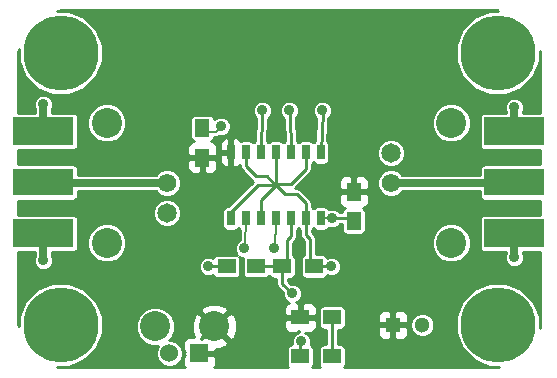
<source format=gbr>
G04 #@! TF.FileFunction,Copper,L1,Top,Signal*
%FSLAX46Y46*%
G04 Gerber Fmt 4.6, Leading zero omitted, Abs format (unit mm)*
G04 Created by KiCad (PCBNEW 4.0.1-stable) date 5/1/2016 2:26:38 PM*
%MOMM*%
G01*
G04 APERTURE LIST*
%ADD10C,0.150000*%
%ADD11C,2.540000*%
%ADD12R,0.635000X1.270000*%
%ADD13C,6.350000*%
%ADD14R,5.080000X2.286000*%
%ADD15R,5.080000X2.413000*%
%ADD16C,1.574800*%
%ADD17C,1.651000*%
%ADD18R,1.524000X1.524000*%
%ADD19C,1.524000*%
%ADD20R,1.300000X1.300000*%
%ADD21C,1.300000*%
%ADD22R,1.500000X1.250000*%
%ADD23R,1.250000X1.500000*%
%ADD24R,1.500000X1.300000*%
%ADD25C,0.889000*%
%ADD26C,0.254000*%
%ADD27C,0.203200*%
%ADD28C,0.635000*%
G04 APERTURE END LIST*
D10*
D11*
X17018000Y-27178000D03*
X12018000Y-27178000D03*
D12*
X18415000Y-18034000D03*
X19685000Y-18034000D03*
X20955000Y-18034000D03*
X22225000Y-18034000D03*
X23495000Y-18034000D03*
X24765000Y-18034000D03*
X26035000Y-18034000D03*
X26035000Y-12446000D03*
X24765000Y-12446000D03*
X23495000Y-12446000D03*
X22225000Y-12446000D03*
X20955000Y-12446000D03*
X19685000Y-12446000D03*
X18415000Y-12446000D03*
D13*
X4000000Y-27030000D03*
X41000000Y-4030000D03*
X4000000Y-4030000D03*
D14*
X2540000Y-14986000D03*
D15*
X2540000Y-10668000D03*
X2540000Y-19304000D03*
D16*
X13000000Y-15030000D03*
D17*
X13000000Y-17570000D03*
D11*
X7920000Y-20110000D03*
X7920000Y-9950000D03*
D14*
X42418000Y-14986000D03*
D15*
X42418000Y-10668000D03*
X42418000Y-19304000D03*
D13*
X41000000Y-27030000D03*
D16*
X32000000Y-15030000D03*
D17*
X32000000Y-12490000D03*
D11*
X37080000Y-9950000D03*
X37080000Y-20110000D03*
D18*
X15748000Y-29464000D03*
D19*
X13208000Y-29464000D03*
D20*
X32131000Y-27051000D03*
D21*
X34631000Y-27051000D03*
D22*
X20554000Y-22098000D03*
X18054000Y-22098000D03*
D23*
X16000000Y-12880000D03*
X16000000Y-10380000D03*
X28829000Y-15768000D03*
X28829000Y-18268000D03*
D24*
X27004000Y-29718000D03*
X24304000Y-29718000D03*
X22780000Y-22098000D03*
X25480000Y-22098000D03*
X24304000Y-26416000D03*
X27004000Y-26416000D03*
D25*
X24384000Y-28448000D03*
X17600000Y-10230000D03*
X42418000Y-8636000D03*
X42418000Y-21336000D03*
X2540000Y-8382000D03*
X2540000Y-21590000D03*
X16510000Y-22098000D03*
X27000000Y-18030000D03*
X23622000Y-24384000D03*
X26924000Y-22098000D03*
X22098000Y-20574000D03*
X19558000Y-20574000D03*
X26162000Y-8890000D03*
X23368000Y-8890000D03*
X21082000Y-8890000D03*
D26*
X24304000Y-29718000D02*
X24304000Y-28528000D01*
X24304000Y-28528000D02*
X24384000Y-28448000D01*
D27*
X17152500Y-10677500D02*
X17600000Y-10230000D01*
X16000000Y-10677500D02*
X17152500Y-10677500D01*
D28*
X42418000Y-10668000D02*
X42418000Y-8636000D01*
X42418000Y-19304000D02*
X42418000Y-21336000D01*
X2540000Y-10668000D02*
X2540000Y-8382000D01*
X2540000Y-19304000D02*
X2540000Y-21590000D01*
D26*
X18351500Y-22098000D02*
X16510000Y-22098000D01*
D27*
X26996000Y-18034000D02*
X27000000Y-18030000D01*
X26996000Y-18034000D02*
X26035000Y-18034000D01*
D26*
X27059500Y-17970500D02*
X27000000Y-18030000D01*
X28829000Y-17970500D02*
X27059500Y-17970500D01*
X22780000Y-23542000D02*
X22780000Y-22098000D01*
X23622000Y-24384000D02*
X22780000Y-23542000D01*
X20256500Y-22098000D02*
X23177500Y-22098000D01*
X23495000Y-19558000D02*
X23177500Y-19875500D01*
X23177500Y-19875500D02*
X23177500Y-22098000D01*
X23495000Y-18034000D02*
X23495000Y-19558000D01*
X27004000Y-26416000D02*
X27004000Y-29718000D01*
X26703020Y-26512520D02*
X26606500Y-26416000D01*
D28*
X32000000Y-15030000D02*
X42000000Y-15030000D01*
X13000000Y-15030000D02*
X3000000Y-15030000D01*
D26*
X25480000Y-22098000D02*
X26924000Y-22098000D01*
D27*
X24895000Y-21910500D02*
X25082500Y-22098000D01*
X22200000Y-12471000D02*
X22225000Y-12446000D01*
D26*
X24765000Y-16764000D02*
X24003000Y-16002000D01*
X24003000Y-16002000D02*
X22987000Y-16002000D01*
X22987000Y-16002000D02*
X22225000Y-15240000D01*
X22225000Y-15240000D02*
X22225000Y-12446000D01*
X24765000Y-18034000D02*
X24765000Y-16764000D01*
X20955000Y-16510000D02*
X22225000Y-15240000D01*
X20955000Y-18034000D02*
X20955000Y-16510000D01*
X20701000Y-15240000D02*
X22225000Y-15240000D01*
X18415000Y-17526000D02*
X20701000Y-15240000D01*
X18415000Y-18034000D02*
X18415000Y-17526000D01*
X19685000Y-13589000D02*
X20574000Y-14478000D01*
X20574000Y-14478000D02*
X21463000Y-14478000D01*
X22098000Y-15113000D02*
X22225000Y-15240000D01*
X21463000Y-14478000D02*
X22098000Y-15113000D01*
X19685000Y-12446000D02*
X19685000Y-13589000D01*
X24765000Y-13843000D02*
X23495000Y-15113000D01*
X23495000Y-15113000D02*
X22098000Y-15113000D01*
X24765000Y-12446000D02*
X24765000Y-13843000D01*
X24765000Y-19431000D02*
X25082500Y-19748500D01*
X25082500Y-19748500D02*
X25082500Y-22098000D01*
X24765000Y-18034000D02*
X24765000Y-19431000D01*
D27*
X22225000Y-19005000D02*
X22098000Y-20574000D01*
X22225000Y-18034000D02*
X22225000Y-19005000D01*
X19643000Y-20489000D02*
X19558000Y-20574000D01*
X19685000Y-18034000D02*
X19643000Y-20489000D01*
D26*
X26197000Y-8925000D02*
X26162000Y-8890000D01*
X26035000Y-12446000D02*
X26197000Y-8925000D01*
X23463000Y-8985000D02*
X23368000Y-8890000D01*
X23495000Y-12446000D02*
X23463000Y-8985000D01*
X21037000Y-8935000D02*
X21082000Y-8890000D01*
X20955000Y-12446000D02*
X21037000Y-8935000D01*
G36*
X40982712Y-384210D02*
X41075328Y-474064D01*
X40295771Y-473384D01*
X38988319Y-1013612D01*
X37987128Y-2013058D01*
X37444619Y-3319565D01*
X37443384Y-4734229D01*
X37983612Y-6041681D01*
X38983058Y-7042872D01*
X40289565Y-7585381D01*
X41704229Y-7586616D01*
X43011681Y-7046388D01*
X44012872Y-6046942D01*
X44555381Y-4740435D01*
X44556158Y-3851088D01*
X44589085Y-3883034D01*
X44619800Y-4037448D01*
X44619800Y-9073036D01*
X43130365Y-9073036D01*
X43243357Y-8800923D01*
X43243643Y-8472518D01*
X43118233Y-8169002D01*
X42886219Y-7936583D01*
X42582923Y-7810643D01*
X42254518Y-7810357D01*
X41951002Y-7935767D01*
X41718583Y-8167781D01*
X41592643Y-8471077D01*
X41592357Y-8799482D01*
X41705387Y-9073036D01*
X39878000Y-9073036D01*
X39736810Y-9099603D01*
X39607135Y-9183046D01*
X39520141Y-9310366D01*
X39489536Y-9461500D01*
X39489536Y-11874500D01*
X39516103Y-12015690D01*
X39599546Y-12145365D01*
X39726866Y-12232359D01*
X39878000Y-12262964D01*
X44619800Y-12262964D01*
X44619800Y-13454536D01*
X39878000Y-13454536D01*
X39736810Y-13481103D01*
X39607135Y-13564546D01*
X39520141Y-13691866D01*
X39489536Y-13843000D01*
X39489536Y-14331500D01*
X32953645Y-14331500D01*
X32662709Y-14040057D01*
X32233429Y-13861804D01*
X31768611Y-13861398D01*
X31339019Y-14038901D01*
X31010057Y-14367291D01*
X30831804Y-14796571D01*
X30831398Y-15261389D01*
X31008901Y-15690981D01*
X31337291Y-16019943D01*
X31766571Y-16198196D01*
X32231389Y-16198602D01*
X32660981Y-16021099D01*
X32954090Y-15728500D01*
X39489536Y-15728500D01*
X39489536Y-16129000D01*
X39516103Y-16270190D01*
X39599546Y-16399865D01*
X39726866Y-16486859D01*
X39878000Y-16517464D01*
X44619800Y-16517464D01*
X44619800Y-17709036D01*
X39878000Y-17709036D01*
X39736810Y-17735603D01*
X39607135Y-17819046D01*
X39520141Y-17946366D01*
X39489536Y-18097500D01*
X39489536Y-20510500D01*
X39516103Y-20651690D01*
X39599546Y-20781365D01*
X39726866Y-20868359D01*
X39878000Y-20898964D01*
X41705635Y-20898964D01*
X41592643Y-21171077D01*
X41592357Y-21499482D01*
X41717767Y-21802998D01*
X41949781Y-22035417D01*
X42253077Y-22161357D01*
X42581482Y-22161643D01*
X42884998Y-22036233D01*
X43117417Y-21804219D01*
X43243357Y-21500923D01*
X43243643Y-21172518D01*
X43130613Y-20898964D01*
X44619800Y-20898964D01*
X44619800Y-26992552D01*
X44564791Y-27269104D01*
X44555785Y-27277680D01*
X44556616Y-26325771D01*
X44016388Y-25018319D01*
X43016942Y-24017128D01*
X41710435Y-23474619D01*
X40295771Y-23473384D01*
X38988319Y-24013612D01*
X37987128Y-25013058D01*
X37444619Y-26319565D01*
X37443384Y-27734229D01*
X37983612Y-29041681D01*
X38983058Y-30042872D01*
X40289565Y-30585381D01*
X41081974Y-30586072D01*
X41028922Y-30636598D01*
X40962552Y-30649800D01*
X28019665Y-30649800D01*
X28024865Y-30646454D01*
X28111859Y-30519134D01*
X28142464Y-30368000D01*
X28142464Y-29068000D01*
X28115897Y-28926810D01*
X28032454Y-28797135D01*
X27905134Y-28710141D01*
X27754000Y-28679536D01*
X27512000Y-28679536D01*
X27512000Y-27454464D01*
X27754000Y-27454464D01*
X27895190Y-27427897D01*
X28024865Y-27344454D01*
X28030128Y-27336750D01*
X30846000Y-27336750D01*
X30846000Y-27827310D01*
X30942673Y-28060699D01*
X31121302Y-28239327D01*
X31354691Y-28336000D01*
X31845250Y-28336000D01*
X32004000Y-28177250D01*
X32004000Y-27178000D01*
X32258000Y-27178000D01*
X32258000Y-28177250D01*
X32416750Y-28336000D01*
X32907309Y-28336000D01*
X33140698Y-28239327D01*
X33319327Y-28060699D01*
X33416000Y-27827310D01*
X33416000Y-27336750D01*
X33334429Y-27255179D01*
X33599822Y-27255179D01*
X33756451Y-27634251D01*
X34046223Y-27924529D01*
X34425022Y-28081820D01*
X34835179Y-28082178D01*
X35214251Y-27925549D01*
X35504529Y-27635777D01*
X35661820Y-27256978D01*
X35662178Y-26846821D01*
X35505549Y-26467749D01*
X35215777Y-26177471D01*
X34836978Y-26020180D01*
X34426821Y-26019822D01*
X34047749Y-26176451D01*
X33757471Y-26466223D01*
X33600180Y-26845022D01*
X33599822Y-27255179D01*
X33334429Y-27255179D01*
X33257250Y-27178000D01*
X32258000Y-27178000D01*
X32004000Y-27178000D01*
X31004750Y-27178000D01*
X30846000Y-27336750D01*
X28030128Y-27336750D01*
X28111859Y-27217134D01*
X28142464Y-27066000D01*
X28142464Y-26274690D01*
X30846000Y-26274690D01*
X30846000Y-26765250D01*
X31004750Y-26924000D01*
X32004000Y-26924000D01*
X32004000Y-25924750D01*
X32258000Y-25924750D01*
X32258000Y-26924000D01*
X33257250Y-26924000D01*
X33416000Y-26765250D01*
X33416000Y-26274690D01*
X33319327Y-26041301D01*
X33140698Y-25862673D01*
X32907309Y-25766000D01*
X32416750Y-25766000D01*
X32258000Y-25924750D01*
X32004000Y-25924750D01*
X31845250Y-25766000D01*
X31354691Y-25766000D01*
X31121302Y-25862673D01*
X30942673Y-26041301D01*
X30846000Y-26274690D01*
X28142464Y-26274690D01*
X28142464Y-25766000D01*
X28115897Y-25624810D01*
X28032454Y-25495135D01*
X27905134Y-25408141D01*
X27754000Y-25377536D01*
X26254000Y-25377536D01*
X26112810Y-25404103D01*
X25983135Y-25487546D01*
X25896141Y-25614866D01*
X25865536Y-25766000D01*
X25865536Y-27066000D01*
X25892103Y-27207190D01*
X25975546Y-27336865D01*
X26102866Y-27423859D01*
X26254000Y-27454464D01*
X26496000Y-27454464D01*
X26496000Y-28679536D01*
X26254000Y-28679536D01*
X26112810Y-28706103D01*
X25983135Y-28789546D01*
X25896141Y-28916866D01*
X25865536Y-29068000D01*
X25865536Y-30368000D01*
X25892103Y-30509190D01*
X25975546Y-30638865D01*
X25991550Y-30649800D01*
X25319665Y-30649800D01*
X25324865Y-30646454D01*
X25411859Y-30519134D01*
X25442464Y-30368000D01*
X25442464Y-29068000D01*
X25415897Y-28926810D01*
X25332454Y-28797135D01*
X25205134Y-28710141D01*
X25171792Y-28703389D01*
X25209357Y-28612923D01*
X25209643Y-28284518D01*
X25084233Y-27981002D01*
X24852219Y-27748583D01*
X24737627Y-27701000D01*
X25180309Y-27701000D01*
X25413698Y-27604327D01*
X25592327Y-27425699D01*
X25689000Y-27192310D01*
X25689000Y-26701750D01*
X25530250Y-26543000D01*
X24431000Y-26543000D01*
X24431000Y-26563000D01*
X24177000Y-26563000D01*
X24177000Y-26543000D01*
X23077750Y-26543000D01*
X22919000Y-26701750D01*
X22919000Y-27192310D01*
X23015673Y-27425699D01*
X23194302Y-27604327D01*
X23427691Y-27701000D01*
X24018250Y-27701000D01*
X24176998Y-27542252D01*
X24176998Y-27640339D01*
X23917002Y-27747767D01*
X23684583Y-27979781D01*
X23558643Y-28283077D01*
X23558357Y-28611482D01*
X23586476Y-28679536D01*
X23554000Y-28679536D01*
X23412810Y-28706103D01*
X23283135Y-28789546D01*
X23196141Y-28916866D01*
X23165536Y-29068000D01*
X23165536Y-30368000D01*
X23192103Y-30509190D01*
X23275546Y-30638865D01*
X23291550Y-30649800D01*
X16984226Y-30649800D01*
X17048327Y-30585699D01*
X17145000Y-30352310D01*
X17145000Y-29749750D01*
X16986250Y-29591000D01*
X15875000Y-29591000D01*
X15875000Y-29611000D01*
X15621000Y-29611000D01*
X15621000Y-29591000D01*
X15601000Y-29591000D01*
X15601000Y-29337000D01*
X15621000Y-29337000D01*
X15621000Y-29317000D01*
X15875000Y-29317000D01*
X15875000Y-29337000D01*
X16986250Y-29337000D01*
X17145000Y-29178250D01*
X17145000Y-29080329D01*
X17446632Y-29072436D01*
X18054480Y-28820657D01*
X18186172Y-28525777D01*
X17018000Y-27357605D01*
X16308605Y-28067000D01*
X16033750Y-28067000D01*
X15875002Y-28225748D01*
X15875002Y-28141393D01*
X16838395Y-27178000D01*
X17197605Y-27178000D01*
X18365777Y-28346172D01*
X18660657Y-28214480D01*
X18932261Y-27506964D01*
X18912436Y-26749368D01*
X18660657Y-26141520D01*
X18365777Y-26009828D01*
X17197605Y-27178000D01*
X16838395Y-27178000D01*
X15670223Y-26009828D01*
X15375343Y-26141520D01*
X15103739Y-26849036D01*
X15123564Y-27606632D01*
X15314255Y-28067000D01*
X14859691Y-28067000D01*
X14626302Y-28163673D01*
X14447673Y-28342301D01*
X14351000Y-28575690D01*
X14351000Y-29178250D01*
X14509748Y-29336998D01*
X14351111Y-29336998D01*
X14351198Y-29237641D01*
X14177554Y-28817388D01*
X13856303Y-28495577D01*
X13436354Y-28321199D01*
X13209909Y-28321001D01*
X13416834Y-28114437D01*
X13668713Y-27507845D01*
X13669286Y-26851037D01*
X13418466Y-26244005D01*
X13005406Y-25830223D01*
X15849828Y-25830223D01*
X17018000Y-26998395D01*
X18186172Y-25830223D01*
X18054480Y-25535343D01*
X17346964Y-25263739D01*
X16589368Y-25283564D01*
X15981520Y-25535343D01*
X15849828Y-25830223D01*
X13005406Y-25830223D01*
X12954437Y-25779166D01*
X12347845Y-25527287D01*
X11691037Y-25526714D01*
X11084005Y-25777534D01*
X10619166Y-26241563D01*
X10367287Y-26848155D01*
X10366714Y-27504963D01*
X10617534Y-28111995D01*
X11081563Y-28576834D01*
X11688155Y-28828713D01*
X12233975Y-28829189D01*
X12065199Y-29235646D01*
X12064802Y-29690359D01*
X12238446Y-30110612D01*
X12559697Y-30432423D01*
X12979646Y-30606801D01*
X13434359Y-30607198D01*
X13854612Y-30433554D01*
X14176423Y-30112303D01*
X14350801Y-29692354D01*
X14351000Y-29464425D01*
X14351000Y-29591002D01*
X14509748Y-29591002D01*
X14351000Y-29749750D01*
X14351000Y-30352310D01*
X14447673Y-30585699D01*
X14511774Y-30649800D01*
X4037448Y-30649800D01*
X3715461Y-30585753D01*
X4704229Y-30586616D01*
X6011681Y-30046388D01*
X7012872Y-29046942D01*
X7555381Y-27740435D01*
X7556616Y-26325771D01*
X7016388Y-25018319D01*
X6016942Y-24017128D01*
X4710435Y-23474619D01*
X3295771Y-23473384D01*
X1988319Y-24013612D01*
X987128Y-25013058D01*
X444619Y-26319565D01*
X443911Y-27131344D01*
X397633Y-27080195D01*
X380200Y-26992552D01*
X380200Y-20898964D01*
X1841500Y-20898964D01*
X1841500Y-21120866D01*
X1840583Y-21121781D01*
X1714643Y-21425077D01*
X1714357Y-21753482D01*
X1839767Y-22056998D01*
X2071781Y-22289417D01*
X2375077Y-22415357D01*
X2703482Y-22415643D01*
X3006998Y-22290233D01*
X3035799Y-22261482D01*
X15684357Y-22261482D01*
X15809767Y-22564998D01*
X16041781Y-22797417D01*
X16345077Y-22923357D01*
X16673482Y-22923643D01*
X16933105Y-22816369D01*
X16942103Y-22864190D01*
X17025546Y-22993865D01*
X17152866Y-23080859D01*
X17304000Y-23111464D01*
X18804000Y-23111464D01*
X18945190Y-23084897D01*
X19074865Y-23001454D01*
X19161859Y-22874134D01*
X19192464Y-22723000D01*
X19192464Y-21473000D01*
X19165897Y-21331810D01*
X19142375Y-21295256D01*
X19393077Y-21399357D01*
X19430442Y-21399390D01*
X19415536Y-21473000D01*
X19415536Y-22723000D01*
X19442103Y-22864190D01*
X19525546Y-22993865D01*
X19652866Y-23080859D01*
X19804000Y-23111464D01*
X21304000Y-23111464D01*
X21445190Y-23084897D01*
X21574865Y-23001454D01*
X21661859Y-22874134D01*
X21663627Y-22865403D01*
X21668103Y-22889190D01*
X21751546Y-23018865D01*
X21878866Y-23105859D01*
X22030000Y-23136464D01*
X22272000Y-23136464D01*
X22272000Y-23542000D01*
X22310669Y-23736403D01*
X22420790Y-23901210D01*
X22796593Y-24277013D01*
X22796357Y-24547482D01*
X22921767Y-24850998D01*
X23153781Y-25083417D01*
X23347934Y-25164037D01*
X23194302Y-25227673D01*
X23015673Y-25406301D01*
X22919000Y-25639690D01*
X22919000Y-26130250D01*
X23077750Y-26289000D01*
X24177000Y-26289000D01*
X24177000Y-25289750D01*
X24431000Y-25289750D01*
X24431000Y-26289000D01*
X25530250Y-26289000D01*
X25689000Y-26130250D01*
X25689000Y-25639690D01*
X25592327Y-25406301D01*
X25413698Y-25227673D01*
X25180309Y-25131000D01*
X24589750Y-25131000D01*
X24431000Y-25289750D01*
X24177000Y-25289750D01*
X24018250Y-25131000D01*
X23975813Y-25131000D01*
X24088998Y-25084233D01*
X24321417Y-24852219D01*
X24447357Y-24548923D01*
X24447643Y-24220518D01*
X24322233Y-23917002D01*
X24090219Y-23684583D01*
X23786923Y-23558643D01*
X23514826Y-23558406D01*
X23288000Y-23331580D01*
X23288000Y-23136464D01*
X23530000Y-23136464D01*
X23671190Y-23109897D01*
X23800865Y-23026454D01*
X23887859Y-22899134D01*
X23918464Y-22748000D01*
X23918464Y-21448000D01*
X23891897Y-21306810D01*
X23808454Y-21177135D01*
X23685500Y-21093124D01*
X23685500Y-20085920D01*
X23854210Y-19917210D01*
X23964331Y-19752403D01*
X24003000Y-19558000D01*
X24003000Y-18999167D01*
X24083365Y-18947454D01*
X24130005Y-18879194D01*
X24169046Y-18939865D01*
X24257000Y-18999961D01*
X24257000Y-19431000D01*
X24295669Y-19625403D01*
X24405790Y-19790210D01*
X24574500Y-19958920D01*
X24574500Y-21095311D01*
X24459135Y-21169546D01*
X24372141Y-21296866D01*
X24341536Y-21448000D01*
X24341536Y-22748000D01*
X24368103Y-22889190D01*
X24451546Y-23018865D01*
X24578866Y-23105859D01*
X24730000Y-23136464D01*
X26230000Y-23136464D01*
X26371190Y-23109897D01*
X26500865Y-23026454D01*
X26587859Y-22899134D01*
X26596615Y-22855896D01*
X26759077Y-22923357D01*
X27087482Y-22923643D01*
X27390998Y-22798233D01*
X27623417Y-22566219D01*
X27749357Y-22262923D01*
X27749643Y-21934518D01*
X27624233Y-21631002D01*
X27392219Y-21398583D01*
X27088923Y-21272643D01*
X26760518Y-21272357D01*
X26598046Y-21339489D01*
X26591897Y-21306810D01*
X26508454Y-21177135D01*
X26381134Y-21090141D01*
X26230000Y-21059536D01*
X25590500Y-21059536D01*
X25590500Y-20436963D01*
X35428714Y-20436963D01*
X35679534Y-21043995D01*
X36143563Y-21508834D01*
X36750155Y-21760713D01*
X37406963Y-21761286D01*
X38013995Y-21510466D01*
X38478834Y-21046437D01*
X38730713Y-20439845D01*
X38731286Y-19783037D01*
X38480466Y-19176005D01*
X38016437Y-18711166D01*
X37409845Y-18459287D01*
X36753037Y-18458714D01*
X36146005Y-18709534D01*
X35681166Y-19173563D01*
X35429287Y-19780155D01*
X35428714Y-20436963D01*
X25590500Y-20436963D01*
X25590500Y-19748500D01*
X25551831Y-19554097D01*
X25441710Y-19389290D01*
X25273000Y-19220580D01*
X25273000Y-18999167D01*
X25353365Y-18947454D01*
X25400005Y-18879194D01*
X25439046Y-18939865D01*
X25566366Y-19026859D01*
X25717500Y-19057464D01*
X26352500Y-19057464D01*
X26493690Y-19030897D01*
X26623365Y-18947454D01*
X26710359Y-18820134D01*
X26713453Y-18804854D01*
X26835077Y-18855357D01*
X27163482Y-18855643D01*
X27466998Y-18730233D01*
X27699417Y-18498219D01*
X27707605Y-18478500D01*
X27815536Y-18478500D01*
X27815536Y-19018000D01*
X27842103Y-19159190D01*
X27925546Y-19288865D01*
X28052866Y-19375859D01*
X28204000Y-19406464D01*
X29454000Y-19406464D01*
X29595190Y-19379897D01*
X29724865Y-19296454D01*
X29811859Y-19169134D01*
X29842464Y-19018000D01*
X29842464Y-17518000D01*
X29815897Y-17376810D01*
X29732454Y-17247135D01*
X29605134Y-17160141D01*
X29569870Y-17153000D01*
X29580310Y-17153000D01*
X29813699Y-17056327D01*
X29992327Y-16877698D01*
X30089000Y-16644309D01*
X30089000Y-16053750D01*
X29930250Y-15895000D01*
X28956000Y-15895000D01*
X28956000Y-15915000D01*
X28702000Y-15915000D01*
X28702000Y-15895000D01*
X27727750Y-15895000D01*
X27569000Y-16053750D01*
X27569000Y-16644309D01*
X27665673Y-16877698D01*
X27844301Y-17056327D01*
X28077690Y-17153000D01*
X28079301Y-17153000D01*
X28062810Y-17156103D01*
X27933135Y-17239546D01*
X27846141Y-17366866D01*
X27826775Y-17462500D01*
X27599906Y-17462500D01*
X27468219Y-17330583D01*
X27164923Y-17204643D01*
X26836518Y-17204357D01*
X26712875Y-17255445D01*
X26630954Y-17128135D01*
X26503634Y-17041141D01*
X26352500Y-17010536D01*
X25717500Y-17010536D01*
X25576310Y-17037103D01*
X25446635Y-17120546D01*
X25399995Y-17188806D01*
X25360954Y-17128135D01*
X25273000Y-17068039D01*
X25273000Y-16764000D01*
X25234331Y-16569597D01*
X25124210Y-16404790D01*
X24362210Y-15642790D01*
X24197403Y-15532669D01*
X24003000Y-15494000D01*
X23821599Y-15494000D01*
X23854210Y-15472210D01*
X24434729Y-14891691D01*
X27569000Y-14891691D01*
X27569000Y-15482250D01*
X27727750Y-15641000D01*
X28702000Y-15641000D01*
X28702000Y-14541750D01*
X28956000Y-14541750D01*
X28956000Y-15641000D01*
X29930250Y-15641000D01*
X30089000Y-15482250D01*
X30089000Y-14891691D01*
X29992327Y-14658302D01*
X29813699Y-14479673D01*
X29580310Y-14383000D01*
X29114750Y-14383000D01*
X28956000Y-14541750D01*
X28702000Y-14541750D01*
X28543250Y-14383000D01*
X28077690Y-14383000D01*
X27844301Y-14479673D01*
X27665673Y-14658302D01*
X27569000Y-14891691D01*
X24434729Y-14891691D01*
X25124210Y-14202210D01*
X25234331Y-14037404D01*
X25247738Y-13970000D01*
X25273000Y-13843000D01*
X25273000Y-13411167D01*
X25353365Y-13359454D01*
X25400005Y-13291194D01*
X25439046Y-13351865D01*
X25566366Y-13438859D01*
X25717500Y-13469464D01*
X26352500Y-13469464D01*
X26493690Y-13442897D01*
X26623365Y-13359454D01*
X26710359Y-13232134D01*
X26740964Y-13081000D01*
X26740964Y-12728935D01*
X30793291Y-12728935D01*
X30976582Y-13172535D01*
X31315680Y-13512225D01*
X31758959Y-13696290D01*
X32238935Y-13696709D01*
X32682535Y-13513418D01*
X33022225Y-13174320D01*
X33206290Y-12731041D01*
X33206709Y-12251065D01*
X33023418Y-11807465D01*
X32684320Y-11467775D01*
X32241041Y-11283710D01*
X31761065Y-11283291D01*
X31317465Y-11466582D01*
X30977775Y-11805680D01*
X30793710Y-12248959D01*
X30793291Y-12728935D01*
X26740964Y-12728935D01*
X26740964Y-11811000D01*
X26714397Y-11669810D01*
X26630954Y-11540135D01*
X26586610Y-11509836D01*
X26643333Y-10276963D01*
X35428714Y-10276963D01*
X35679534Y-10883995D01*
X36143563Y-11348834D01*
X36750155Y-11600713D01*
X37406963Y-11601286D01*
X38013995Y-11350466D01*
X38478834Y-10886437D01*
X38730713Y-10279845D01*
X38731286Y-9623037D01*
X38480466Y-9016005D01*
X38016437Y-8551166D01*
X37409845Y-8299287D01*
X36753037Y-8298714D01*
X36146005Y-8549534D01*
X35681166Y-9013563D01*
X35429287Y-9620155D01*
X35428714Y-10276963D01*
X26643333Y-10276963D01*
X26677141Y-9542174D01*
X26861417Y-9358219D01*
X26987357Y-9054923D01*
X26987643Y-8726518D01*
X26862233Y-8423002D01*
X26630219Y-8190583D01*
X26326923Y-8064643D01*
X25998518Y-8064357D01*
X25695002Y-8189767D01*
X25462583Y-8421781D01*
X25336643Y-8725077D01*
X25336357Y-9053482D01*
X25461767Y-9356998D01*
X25659474Y-9555050D01*
X25572208Y-11451742D01*
X25446635Y-11532546D01*
X25399995Y-11600806D01*
X25360954Y-11540135D01*
X25233634Y-11453141D01*
X25082500Y-11422536D01*
X24447500Y-11422536D01*
X24306310Y-11449103D01*
X24176635Y-11532546D01*
X24129995Y-11600806D01*
X24090954Y-11540135D01*
X23994034Y-11473912D01*
X23975322Y-9450153D01*
X24067417Y-9358219D01*
X24193357Y-9054923D01*
X24193643Y-8726518D01*
X24068233Y-8423002D01*
X23836219Y-8190583D01*
X23532923Y-8064643D01*
X23204518Y-8064357D01*
X22901002Y-8189767D01*
X22668583Y-8421781D01*
X22542643Y-8725077D01*
X22542357Y-9053482D01*
X22667767Y-9356998D01*
X22899781Y-9589417D01*
X22960801Y-9614755D01*
X22978108Y-11486555D01*
X22906635Y-11532546D01*
X22859995Y-11600806D01*
X22820954Y-11540135D01*
X22693634Y-11453141D01*
X22542500Y-11422536D01*
X21907500Y-11422536D01*
X21766310Y-11449103D01*
X21636635Y-11532546D01*
X21589995Y-11600806D01*
X21550954Y-11540135D01*
X21485342Y-11495305D01*
X21529648Y-9598228D01*
X21548998Y-9590233D01*
X21781417Y-9358219D01*
X21907357Y-9054923D01*
X21907643Y-8726518D01*
X21782233Y-8423002D01*
X21550219Y-8190583D01*
X21246923Y-8064643D01*
X20918518Y-8064357D01*
X20615002Y-8189767D01*
X20382583Y-8421781D01*
X20256643Y-8725077D01*
X20256357Y-9053482D01*
X20381767Y-9356998D01*
X20515868Y-9491333D01*
X20469744Y-11466197D01*
X20366635Y-11532546D01*
X20319995Y-11600806D01*
X20280954Y-11540135D01*
X20153634Y-11453141D01*
X20002500Y-11422536D01*
X19367500Y-11422536D01*
X19261927Y-11442401D01*
X19092198Y-11272673D01*
X18858809Y-11176000D01*
X18700750Y-11176000D01*
X18542000Y-11334750D01*
X18542000Y-12319000D01*
X18562000Y-12319000D01*
X18562000Y-12573000D01*
X18542000Y-12573000D01*
X18542000Y-13557250D01*
X18700750Y-13716000D01*
X18858809Y-13716000D01*
X19092198Y-13619327D01*
X19177000Y-13534525D01*
X19177000Y-13589000D01*
X19215669Y-13783403D01*
X19325790Y-13948210D01*
X20214790Y-14837210D01*
X20317045Y-14905535D01*
X18212044Y-17010536D01*
X18097500Y-17010536D01*
X17956310Y-17037103D01*
X17826635Y-17120546D01*
X17739641Y-17247866D01*
X17709036Y-17399000D01*
X17709036Y-18669000D01*
X17735603Y-18810190D01*
X17819046Y-18939865D01*
X17946366Y-19026859D01*
X18097500Y-19057464D01*
X18732500Y-19057464D01*
X18873690Y-19030897D01*
X19003365Y-18947454D01*
X19050005Y-18879194D01*
X19089046Y-18939865D01*
X19185702Y-19005907D01*
X19171424Y-19840538D01*
X19091002Y-19873767D01*
X18858583Y-20105781D01*
X18732643Y-20409077D01*
X18732357Y-20737482D01*
X18857767Y-21040998D01*
X18925864Y-21109214D01*
X18804000Y-21084536D01*
X17304000Y-21084536D01*
X17162810Y-21111103D01*
X17033135Y-21194546D01*
X16946141Y-21321866D01*
X16934299Y-21380346D01*
X16674923Y-21272643D01*
X16346518Y-21272357D01*
X16043002Y-21397767D01*
X15810583Y-21629781D01*
X15684643Y-21933077D01*
X15684357Y-22261482D01*
X3035799Y-22261482D01*
X3239417Y-22058219D01*
X3365357Y-21754923D01*
X3365643Y-21426518D01*
X3240233Y-21123002D01*
X3238500Y-21121266D01*
X3238500Y-20898964D01*
X5080000Y-20898964D01*
X5221190Y-20872397D01*
X5350865Y-20788954D01*
X5437859Y-20661634D01*
X5468464Y-20510500D01*
X5468464Y-20436963D01*
X6268714Y-20436963D01*
X6519534Y-21043995D01*
X6983563Y-21508834D01*
X7590155Y-21760713D01*
X8246963Y-21761286D01*
X8853995Y-21510466D01*
X9318834Y-21046437D01*
X9570713Y-20439845D01*
X9571286Y-19783037D01*
X9320466Y-19176005D01*
X8856437Y-18711166D01*
X8249845Y-18459287D01*
X7593037Y-18458714D01*
X6986005Y-18709534D01*
X6521166Y-19173563D01*
X6269287Y-19780155D01*
X6268714Y-20436963D01*
X5468464Y-20436963D01*
X5468464Y-18097500D01*
X5441897Y-17956310D01*
X5358454Y-17826635D01*
X5332550Y-17808935D01*
X11793291Y-17808935D01*
X11976582Y-18252535D01*
X12315680Y-18592225D01*
X12758959Y-18776290D01*
X13238935Y-18776709D01*
X13682535Y-18593418D01*
X14022225Y-18254320D01*
X14206290Y-17811041D01*
X14206709Y-17331065D01*
X14023418Y-16887465D01*
X13684320Y-16547775D01*
X13241041Y-16363710D01*
X12761065Y-16363291D01*
X12317465Y-16546582D01*
X11977775Y-16885680D01*
X11793710Y-17328959D01*
X11793291Y-17808935D01*
X5332550Y-17808935D01*
X5231134Y-17739641D01*
X5080000Y-17709036D01*
X380200Y-17709036D01*
X380200Y-16517464D01*
X5080000Y-16517464D01*
X5221190Y-16490897D01*
X5350865Y-16407454D01*
X5437859Y-16280134D01*
X5468464Y-16129000D01*
X5468464Y-15728500D01*
X12046355Y-15728500D01*
X12337291Y-16019943D01*
X12766571Y-16198196D01*
X13231389Y-16198602D01*
X13660981Y-16021099D01*
X13989943Y-15692709D01*
X14168196Y-15263429D01*
X14168602Y-14798611D01*
X13991099Y-14369019D01*
X13662709Y-14040057D01*
X13233429Y-13861804D01*
X12768611Y-13861398D01*
X12339019Y-14038901D01*
X12045910Y-14331500D01*
X5468464Y-14331500D01*
X5468464Y-13843000D01*
X5441897Y-13701810D01*
X5358454Y-13572135D01*
X5231134Y-13485141D01*
X5080000Y-13454536D01*
X380200Y-13454536D01*
X380200Y-13165750D01*
X14740000Y-13165750D01*
X14740000Y-13756309D01*
X14836673Y-13989698D01*
X15015301Y-14168327D01*
X15248690Y-14265000D01*
X15714250Y-14265000D01*
X15873000Y-14106250D01*
X15873000Y-13007000D01*
X16127000Y-13007000D01*
X16127000Y-14106250D01*
X16285750Y-14265000D01*
X16751310Y-14265000D01*
X16984699Y-14168327D01*
X17163327Y-13989698D01*
X17260000Y-13756309D01*
X17260000Y-13165750D01*
X17101250Y-13007000D01*
X16127000Y-13007000D01*
X15873000Y-13007000D01*
X14898750Y-13007000D01*
X14740000Y-13165750D01*
X380200Y-13165750D01*
X380200Y-12262964D01*
X5080000Y-12262964D01*
X5221190Y-12236397D01*
X5350865Y-12152954D01*
X5437859Y-12025634D01*
X5442302Y-12003691D01*
X14740000Y-12003691D01*
X14740000Y-12594250D01*
X14898750Y-12753000D01*
X15873000Y-12753000D01*
X15873000Y-12733000D01*
X16127000Y-12733000D01*
X16127000Y-12753000D01*
X17101250Y-12753000D01*
X17122500Y-12731750D01*
X17462500Y-12731750D01*
X17462500Y-13207310D01*
X17559173Y-13440699D01*
X17737802Y-13619327D01*
X17971191Y-13716000D01*
X18129250Y-13716000D01*
X18288000Y-13557250D01*
X18288000Y-12573000D01*
X17621250Y-12573000D01*
X17462500Y-12731750D01*
X17122500Y-12731750D01*
X17260000Y-12594250D01*
X17260000Y-12003691D01*
X17163327Y-11770302D01*
X17077716Y-11684690D01*
X17462500Y-11684690D01*
X17462500Y-12160250D01*
X17621250Y-12319000D01*
X18288000Y-12319000D01*
X18288000Y-11334750D01*
X18129250Y-11176000D01*
X17971191Y-11176000D01*
X17737802Y-11272673D01*
X17559173Y-11451301D01*
X17462500Y-11684690D01*
X17077716Y-11684690D01*
X16984699Y-11591673D01*
X16751310Y-11495000D01*
X16749699Y-11495000D01*
X16766190Y-11491897D01*
X16895865Y-11408454D01*
X16982859Y-11281134D01*
X17007369Y-11160100D01*
X17152500Y-11160100D01*
X17337183Y-11123364D01*
X17438958Y-11055360D01*
X17763482Y-11055643D01*
X18066998Y-10930233D01*
X18299417Y-10698219D01*
X18425357Y-10394923D01*
X18425643Y-10066518D01*
X18300233Y-9763002D01*
X18068219Y-9530583D01*
X17764923Y-9404643D01*
X17436518Y-9404357D01*
X17133002Y-9529767D01*
X17013464Y-9649097D01*
X17013464Y-9630000D01*
X16986897Y-9488810D01*
X16903454Y-9359135D01*
X16776134Y-9272141D01*
X16625000Y-9241536D01*
X15375000Y-9241536D01*
X15233810Y-9268103D01*
X15104135Y-9351546D01*
X15017141Y-9478866D01*
X14986536Y-9630000D01*
X14986536Y-11130000D01*
X15013103Y-11271190D01*
X15096546Y-11400865D01*
X15223866Y-11487859D01*
X15259130Y-11495000D01*
X15248690Y-11495000D01*
X15015301Y-11591673D01*
X14836673Y-11770302D01*
X14740000Y-12003691D01*
X5442302Y-12003691D01*
X5468464Y-11874500D01*
X5468464Y-10276963D01*
X6268714Y-10276963D01*
X6519534Y-10883995D01*
X6983563Y-11348834D01*
X7590155Y-11600713D01*
X8246963Y-11601286D01*
X8853995Y-11350466D01*
X9318834Y-10886437D01*
X9570713Y-10279845D01*
X9571286Y-9623037D01*
X9320466Y-9016005D01*
X8856437Y-8551166D01*
X8249845Y-8299287D01*
X7593037Y-8298714D01*
X6986005Y-8549534D01*
X6521166Y-9013563D01*
X6269287Y-9620155D01*
X6268714Y-10276963D01*
X5468464Y-10276963D01*
X5468464Y-9461500D01*
X5441897Y-9320310D01*
X5358454Y-9190635D01*
X5231134Y-9103641D01*
X5080000Y-9073036D01*
X3238500Y-9073036D01*
X3238500Y-8851134D01*
X3239417Y-8850219D01*
X3365357Y-8546923D01*
X3365643Y-8218518D01*
X3240233Y-7915002D01*
X3008219Y-7682583D01*
X2704923Y-7556643D01*
X2376518Y-7556357D01*
X2073002Y-7681767D01*
X1840583Y-7913781D01*
X1714643Y-8217077D01*
X1714357Y-8545482D01*
X1839767Y-8848998D01*
X1841500Y-8850734D01*
X1841500Y-9073036D01*
X380200Y-9073036D01*
X380200Y-4037448D01*
X444273Y-3715329D01*
X443384Y-4734229D01*
X983612Y-6041681D01*
X1983058Y-7042872D01*
X3289565Y-7585381D01*
X4704229Y-7586616D01*
X6011681Y-7046388D01*
X7012872Y-6046942D01*
X7555381Y-4740435D01*
X7556616Y-3325771D01*
X7016388Y-2018319D01*
X6016942Y-1017128D01*
X4710435Y-474619D01*
X3715329Y-473750D01*
X3754837Y-436415D01*
X4037448Y-380200D01*
X40962552Y-380200D01*
X40982712Y-384210D01*
X40982712Y-384210D01*
G37*
X40982712Y-384210D02*
X41075328Y-474064D01*
X40295771Y-473384D01*
X38988319Y-1013612D01*
X37987128Y-2013058D01*
X37444619Y-3319565D01*
X37443384Y-4734229D01*
X37983612Y-6041681D01*
X38983058Y-7042872D01*
X40289565Y-7585381D01*
X41704229Y-7586616D01*
X43011681Y-7046388D01*
X44012872Y-6046942D01*
X44555381Y-4740435D01*
X44556158Y-3851088D01*
X44589085Y-3883034D01*
X44619800Y-4037448D01*
X44619800Y-9073036D01*
X43130365Y-9073036D01*
X43243357Y-8800923D01*
X43243643Y-8472518D01*
X43118233Y-8169002D01*
X42886219Y-7936583D01*
X42582923Y-7810643D01*
X42254518Y-7810357D01*
X41951002Y-7935767D01*
X41718583Y-8167781D01*
X41592643Y-8471077D01*
X41592357Y-8799482D01*
X41705387Y-9073036D01*
X39878000Y-9073036D01*
X39736810Y-9099603D01*
X39607135Y-9183046D01*
X39520141Y-9310366D01*
X39489536Y-9461500D01*
X39489536Y-11874500D01*
X39516103Y-12015690D01*
X39599546Y-12145365D01*
X39726866Y-12232359D01*
X39878000Y-12262964D01*
X44619800Y-12262964D01*
X44619800Y-13454536D01*
X39878000Y-13454536D01*
X39736810Y-13481103D01*
X39607135Y-13564546D01*
X39520141Y-13691866D01*
X39489536Y-13843000D01*
X39489536Y-14331500D01*
X32953645Y-14331500D01*
X32662709Y-14040057D01*
X32233429Y-13861804D01*
X31768611Y-13861398D01*
X31339019Y-14038901D01*
X31010057Y-14367291D01*
X30831804Y-14796571D01*
X30831398Y-15261389D01*
X31008901Y-15690981D01*
X31337291Y-16019943D01*
X31766571Y-16198196D01*
X32231389Y-16198602D01*
X32660981Y-16021099D01*
X32954090Y-15728500D01*
X39489536Y-15728500D01*
X39489536Y-16129000D01*
X39516103Y-16270190D01*
X39599546Y-16399865D01*
X39726866Y-16486859D01*
X39878000Y-16517464D01*
X44619800Y-16517464D01*
X44619800Y-17709036D01*
X39878000Y-17709036D01*
X39736810Y-17735603D01*
X39607135Y-17819046D01*
X39520141Y-17946366D01*
X39489536Y-18097500D01*
X39489536Y-20510500D01*
X39516103Y-20651690D01*
X39599546Y-20781365D01*
X39726866Y-20868359D01*
X39878000Y-20898964D01*
X41705635Y-20898964D01*
X41592643Y-21171077D01*
X41592357Y-21499482D01*
X41717767Y-21802998D01*
X41949781Y-22035417D01*
X42253077Y-22161357D01*
X42581482Y-22161643D01*
X42884998Y-22036233D01*
X43117417Y-21804219D01*
X43243357Y-21500923D01*
X43243643Y-21172518D01*
X43130613Y-20898964D01*
X44619800Y-20898964D01*
X44619800Y-26992552D01*
X44564791Y-27269104D01*
X44555785Y-27277680D01*
X44556616Y-26325771D01*
X44016388Y-25018319D01*
X43016942Y-24017128D01*
X41710435Y-23474619D01*
X40295771Y-23473384D01*
X38988319Y-24013612D01*
X37987128Y-25013058D01*
X37444619Y-26319565D01*
X37443384Y-27734229D01*
X37983612Y-29041681D01*
X38983058Y-30042872D01*
X40289565Y-30585381D01*
X41081974Y-30586072D01*
X41028922Y-30636598D01*
X40962552Y-30649800D01*
X28019665Y-30649800D01*
X28024865Y-30646454D01*
X28111859Y-30519134D01*
X28142464Y-30368000D01*
X28142464Y-29068000D01*
X28115897Y-28926810D01*
X28032454Y-28797135D01*
X27905134Y-28710141D01*
X27754000Y-28679536D01*
X27512000Y-28679536D01*
X27512000Y-27454464D01*
X27754000Y-27454464D01*
X27895190Y-27427897D01*
X28024865Y-27344454D01*
X28030128Y-27336750D01*
X30846000Y-27336750D01*
X30846000Y-27827310D01*
X30942673Y-28060699D01*
X31121302Y-28239327D01*
X31354691Y-28336000D01*
X31845250Y-28336000D01*
X32004000Y-28177250D01*
X32004000Y-27178000D01*
X32258000Y-27178000D01*
X32258000Y-28177250D01*
X32416750Y-28336000D01*
X32907309Y-28336000D01*
X33140698Y-28239327D01*
X33319327Y-28060699D01*
X33416000Y-27827310D01*
X33416000Y-27336750D01*
X33334429Y-27255179D01*
X33599822Y-27255179D01*
X33756451Y-27634251D01*
X34046223Y-27924529D01*
X34425022Y-28081820D01*
X34835179Y-28082178D01*
X35214251Y-27925549D01*
X35504529Y-27635777D01*
X35661820Y-27256978D01*
X35662178Y-26846821D01*
X35505549Y-26467749D01*
X35215777Y-26177471D01*
X34836978Y-26020180D01*
X34426821Y-26019822D01*
X34047749Y-26176451D01*
X33757471Y-26466223D01*
X33600180Y-26845022D01*
X33599822Y-27255179D01*
X33334429Y-27255179D01*
X33257250Y-27178000D01*
X32258000Y-27178000D01*
X32004000Y-27178000D01*
X31004750Y-27178000D01*
X30846000Y-27336750D01*
X28030128Y-27336750D01*
X28111859Y-27217134D01*
X28142464Y-27066000D01*
X28142464Y-26274690D01*
X30846000Y-26274690D01*
X30846000Y-26765250D01*
X31004750Y-26924000D01*
X32004000Y-26924000D01*
X32004000Y-25924750D01*
X32258000Y-25924750D01*
X32258000Y-26924000D01*
X33257250Y-26924000D01*
X33416000Y-26765250D01*
X33416000Y-26274690D01*
X33319327Y-26041301D01*
X33140698Y-25862673D01*
X32907309Y-25766000D01*
X32416750Y-25766000D01*
X32258000Y-25924750D01*
X32004000Y-25924750D01*
X31845250Y-25766000D01*
X31354691Y-25766000D01*
X31121302Y-25862673D01*
X30942673Y-26041301D01*
X30846000Y-26274690D01*
X28142464Y-26274690D01*
X28142464Y-25766000D01*
X28115897Y-25624810D01*
X28032454Y-25495135D01*
X27905134Y-25408141D01*
X27754000Y-25377536D01*
X26254000Y-25377536D01*
X26112810Y-25404103D01*
X25983135Y-25487546D01*
X25896141Y-25614866D01*
X25865536Y-25766000D01*
X25865536Y-27066000D01*
X25892103Y-27207190D01*
X25975546Y-27336865D01*
X26102866Y-27423859D01*
X26254000Y-27454464D01*
X26496000Y-27454464D01*
X26496000Y-28679536D01*
X26254000Y-28679536D01*
X26112810Y-28706103D01*
X25983135Y-28789546D01*
X25896141Y-28916866D01*
X25865536Y-29068000D01*
X25865536Y-30368000D01*
X25892103Y-30509190D01*
X25975546Y-30638865D01*
X25991550Y-30649800D01*
X25319665Y-30649800D01*
X25324865Y-30646454D01*
X25411859Y-30519134D01*
X25442464Y-30368000D01*
X25442464Y-29068000D01*
X25415897Y-28926810D01*
X25332454Y-28797135D01*
X25205134Y-28710141D01*
X25171792Y-28703389D01*
X25209357Y-28612923D01*
X25209643Y-28284518D01*
X25084233Y-27981002D01*
X24852219Y-27748583D01*
X24737627Y-27701000D01*
X25180309Y-27701000D01*
X25413698Y-27604327D01*
X25592327Y-27425699D01*
X25689000Y-27192310D01*
X25689000Y-26701750D01*
X25530250Y-26543000D01*
X24431000Y-26543000D01*
X24431000Y-26563000D01*
X24177000Y-26563000D01*
X24177000Y-26543000D01*
X23077750Y-26543000D01*
X22919000Y-26701750D01*
X22919000Y-27192310D01*
X23015673Y-27425699D01*
X23194302Y-27604327D01*
X23427691Y-27701000D01*
X24018250Y-27701000D01*
X24176998Y-27542252D01*
X24176998Y-27640339D01*
X23917002Y-27747767D01*
X23684583Y-27979781D01*
X23558643Y-28283077D01*
X23558357Y-28611482D01*
X23586476Y-28679536D01*
X23554000Y-28679536D01*
X23412810Y-28706103D01*
X23283135Y-28789546D01*
X23196141Y-28916866D01*
X23165536Y-29068000D01*
X23165536Y-30368000D01*
X23192103Y-30509190D01*
X23275546Y-30638865D01*
X23291550Y-30649800D01*
X16984226Y-30649800D01*
X17048327Y-30585699D01*
X17145000Y-30352310D01*
X17145000Y-29749750D01*
X16986250Y-29591000D01*
X15875000Y-29591000D01*
X15875000Y-29611000D01*
X15621000Y-29611000D01*
X15621000Y-29591000D01*
X15601000Y-29591000D01*
X15601000Y-29337000D01*
X15621000Y-29337000D01*
X15621000Y-29317000D01*
X15875000Y-29317000D01*
X15875000Y-29337000D01*
X16986250Y-29337000D01*
X17145000Y-29178250D01*
X17145000Y-29080329D01*
X17446632Y-29072436D01*
X18054480Y-28820657D01*
X18186172Y-28525777D01*
X17018000Y-27357605D01*
X16308605Y-28067000D01*
X16033750Y-28067000D01*
X15875002Y-28225748D01*
X15875002Y-28141393D01*
X16838395Y-27178000D01*
X17197605Y-27178000D01*
X18365777Y-28346172D01*
X18660657Y-28214480D01*
X18932261Y-27506964D01*
X18912436Y-26749368D01*
X18660657Y-26141520D01*
X18365777Y-26009828D01*
X17197605Y-27178000D01*
X16838395Y-27178000D01*
X15670223Y-26009828D01*
X15375343Y-26141520D01*
X15103739Y-26849036D01*
X15123564Y-27606632D01*
X15314255Y-28067000D01*
X14859691Y-28067000D01*
X14626302Y-28163673D01*
X14447673Y-28342301D01*
X14351000Y-28575690D01*
X14351000Y-29178250D01*
X14509748Y-29336998D01*
X14351111Y-29336998D01*
X14351198Y-29237641D01*
X14177554Y-28817388D01*
X13856303Y-28495577D01*
X13436354Y-28321199D01*
X13209909Y-28321001D01*
X13416834Y-28114437D01*
X13668713Y-27507845D01*
X13669286Y-26851037D01*
X13418466Y-26244005D01*
X13005406Y-25830223D01*
X15849828Y-25830223D01*
X17018000Y-26998395D01*
X18186172Y-25830223D01*
X18054480Y-25535343D01*
X17346964Y-25263739D01*
X16589368Y-25283564D01*
X15981520Y-25535343D01*
X15849828Y-25830223D01*
X13005406Y-25830223D01*
X12954437Y-25779166D01*
X12347845Y-25527287D01*
X11691037Y-25526714D01*
X11084005Y-25777534D01*
X10619166Y-26241563D01*
X10367287Y-26848155D01*
X10366714Y-27504963D01*
X10617534Y-28111995D01*
X11081563Y-28576834D01*
X11688155Y-28828713D01*
X12233975Y-28829189D01*
X12065199Y-29235646D01*
X12064802Y-29690359D01*
X12238446Y-30110612D01*
X12559697Y-30432423D01*
X12979646Y-30606801D01*
X13434359Y-30607198D01*
X13854612Y-30433554D01*
X14176423Y-30112303D01*
X14350801Y-29692354D01*
X14351000Y-29464425D01*
X14351000Y-29591002D01*
X14509748Y-29591002D01*
X14351000Y-29749750D01*
X14351000Y-30352310D01*
X14447673Y-30585699D01*
X14511774Y-30649800D01*
X4037448Y-30649800D01*
X3715461Y-30585753D01*
X4704229Y-30586616D01*
X6011681Y-30046388D01*
X7012872Y-29046942D01*
X7555381Y-27740435D01*
X7556616Y-26325771D01*
X7016388Y-25018319D01*
X6016942Y-24017128D01*
X4710435Y-23474619D01*
X3295771Y-23473384D01*
X1988319Y-24013612D01*
X987128Y-25013058D01*
X444619Y-26319565D01*
X443911Y-27131344D01*
X397633Y-27080195D01*
X380200Y-26992552D01*
X380200Y-20898964D01*
X1841500Y-20898964D01*
X1841500Y-21120866D01*
X1840583Y-21121781D01*
X1714643Y-21425077D01*
X1714357Y-21753482D01*
X1839767Y-22056998D01*
X2071781Y-22289417D01*
X2375077Y-22415357D01*
X2703482Y-22415643D01*
X3006998Y-22290233D01*
X3035799Y-22261482D01*
X15684357Y-22261482D01*
X15809767Y-22564998D01*
X16041781Y-22797417D01*
X16345077Y-22923357D01*
X16673482Y-22923643D01*
X16933105Y-22816369D01*
X16942103Y-22864190D01*
X17025546Y-22993865D01*
X17152866Y-23080859D01*
X17304000Y-23111464D01*
X18804000Y-23111464D01*
X18945190Y-23084897D01*
X19074865Y-23001454D01*
X19161859Y-22874134D01*
X19192464Y-22723000D01*
X19192464Y-21473000D01*
X19165897Y-21331810D01*
X19142375Y-21295256D01*
X19393077Y-21399357D01*
X19430442Y-21399390D01*
X19415536Y-21473000D01*
X19415536Y-22723000D01*
X19442103Y-22864190D01*
X19525546Y-22993865D01*
X19652866Y-23080859D01*
X19804000Y-23111464D01*
X21304000Y-23111464D01*
X21445190Y-23084897D01*
X21574865Y-23001454D01*
X21661859Y-22874134D01*
X21663627Y-22865403D01*
X21668103Y-22889190D01*
X21751546Y-23018865D01*
X21878866Y-23105859D01*
X22030000Y-23136464D01*
X22272000Y-23136464D01*
X22272000Y-23542000D01*
X22310669Y-23736403D01*
X22420790Y-23901210D01*
X22796593Y-24277013D01*
X22796357Y-24547482D01*
X22921767Y-24850998D01*
X23153781Y-25083417D01*
X23347934Y-25164037D01*
X23194302Y-25227673D01*
X23015673Y-25406301D01*
X22919000Y-25639690D01*
X22919000Y-26130250D01*
X23077750Y-26289000D01*
X24177000Y-26289000D01*
X24177000Y-25289750D01*
X24431000Y-25289750D01*
X24431000Y-26289000D01*
X25530250Y-26289000D01*
X25689000Y-26130250D01*
X25689000Y-25639690D01*
X25592327Y-25406301D01*
X25413698Y-25227673D01*
X25180309Y-25131000D01*
X24589750Y-25131000D01*
X24431000Y-25289750D01*
X24177000Y-25289750D01*
X24018250Y-25131000D01*
X23975813Y-25131000D01*
X24088998Y-25084233D01*
X24321417Y-24852219D01*
X24447357Y-24548923D01*
X24447643Y-24220518D01*
X24322233Y-23917002D01*
X24090219Y-23684583D01*
X23786923Y-23558643D01*
X23514826Y-23558406D01*
X23288000Y-23331580D01*
X23288000Y-23136464D01*
X23530000Y-23136464D01*
X23671190Y-23109897D01*
X23800865Y-23026454D01*
X23887859Y-22899134D01*
X23918464Y-22748000D01*
X23918464Y-21448000D01*
X23891897Y-21306810D01*
X23808454Y-21177135D01*
X23685500Y-21093124D01*
X23685500Y-20085920D01*
X23854210Y-19917210D01*
X23964331Y-19752403D01*
X24003000Y-19558000D01*
X24003000Y-18999167D01*
X24083365Y-18947454D01*
X24130005Y-18879194D01*
X24169046Y-18939865D01*
X24257000Y-18999961D01*
X24257000Y-19431000D01*
X24295669Y-19625403D01*
X24405790Y-19790210D01*
X24574500Y-19958920D01*
X24574500Y-21095311D01*
X24459135Y-21169546D01*
X24372141Y-21296866D01*
X24341536Y-21448000D01*
X24341536Y-22748000D01*
X24368103Y-22889190D01*
X24451546Y-23018865D01*
X24578866Y-23105859D01*
X24730000Y-23136464D01*
X26230000Y-23136464D01*
X26371190Y-23109897D01*
X26500865Y-23026454D01*
X26587859Y-22899134D01*
X26596615Y-22855896D01*
X26759077Y-22923357D01*
X27087482Y-22923643D01*
X27390998Y-22798233D01*
X27623417Y-22566219D01*
X27749357Y-22262923D01*
X27749643Y-21934518D01*
X27624233Y-21631002D01*
X27392219Y-21398583D01*
X27088923Y-21272643D01*
X26760518Y-21272357D01*
X26598046Y-21339489D01*
X26591897Y-21306810D01*
X26508454Y-21177135D01*
X26381134Y-21090141D01*
X26230000Y-21059536D01*
X25590500Y-21059536D01*
X25590500Y-20436963D01*
X35428714Y-20436963D01*
X35679534Y-21043995D01*
X36143563Y-21508834D01*
X36750155Y-21760713D01*
X37406963Y-21761286D01*
X38013995Y-21510466D01*
X38478834Y-21046437D01*
X38730713Y-20439845D01*
X38731286Y-19783037D01*
X38480466Y-19176005D01*
X38016437Y-18711166D01*
X37409845Y-18459287D01*
X36753037Y-18458714D01*
X36146005Y-18709534D01*
X35681166Y-19173563D01*
X35429287Y-19780155D01*
X35428714Y-20436963D01*
X25590500Y-20436963D01*
X25590500Y-19748500D01*
X25551831Y-19554097D01*
X25441710Y-19389290D01*
X25273000Y-19220580D01*
X25273000Y-18999167D01*
X25353365Y-18947454D01*
X25400005Y-18879194D01*
X25439046Y-18939865D01*
X25566366Y-19026859D01*
X25717500Y-19057464D01*
X26352500Y-19057464D01*
X26493690Y-19030897D01*
X26623365Y-18947454D01*
X26710359Y-18820134D01*
X26713453Y-18804854D01*
X26835077Y-18855357D01*
X27163482Y-18855643D01*
X27466998Y-18730233D01*
X27699417Y-18498219D01*
X27707605Y-18478500D01*
X27815536Y-18478500D01*
X27815536Y-19018000D01*
X27842103Y-19159190D01*
X27925546Y-19288865D01*
X28052866Y-19375859D01*
X28204000Y-19406464D01*
X29454000Y-19406464D01*
X29595190Y-19379897D01*
X29724865Y-19296454D01*
X29811859Y-19169134D01*
X29842464Y-19018000D01*
X29842464Y-17518000D01*
X29815897Y-17376810D01*
X29732454Y-17247135D01*
X29605134Y-17160141D01*
X29569870Y-17153000D01*
X29580310Y-17153000D01*
X29813699Y-17056327D01*
X29992327Y-16877698D01*
X30089000Y-16644309D01*
X30089000Y-16053750D01*
X29930250Y-15895000D01*
X28956000Y-15895000D01*
X28956000Y-15915000D01*
X28702000Y-15915000D01*
X28702000Y-15895000D01*
X27727750Y-15895000D01*
X27569000Y-16053750D01*
X27569000Y-16644309D01*
X27665673Y-16877698D01*
X27844301Y-17056327D01*
X28077690Y-17153000D01*
X28079301Y-17153000D01*
X28062810Y-17156103D01*
X27933135Y-17239546D01*
X27846141Y-17366866D01*
X27826775Y-17462500D01*
X27599906Y-17462500D01*
X27468219Y-17330583D01*
X27164923Y-17204643D01*
X26836518Y-17204357D01*
X26712875Y-17255445D01*
X26630954Y-17128135D01*
X26503634Y-17041141D01*
X26352500Y-17010536D01*
X25717500Y-17010536D01*
X25576310Y-17037103D01*
X25446635Y-17120546D01*
X25399995Y-17188806D01*
X25360954Y-17128135D01*
X25273000Y-17068039D01*
X25273000Y-16764000D01*
X25234331Y-16569597D01*
X25124210Y-16404790D01*
X24362210Y-15642790D01*
X24197403Y-15532669D01*
X24003000Y-15494000D01*
X23821599Y-15494000D01*
X23854210Y-15472210D01*
X24434729Y-14891691D01*
X27569000Y-14891691D01*
X27569000Y-15482250D01*
X27727750Y-15641000D01*
X28702000Y-15641000D01*
X28702000Y-14541750D01*
X28956000Y-14541750D01*
X28956000Y-15641000D01*
X29930250Y-15641000D01*
X30089000Y-15482250D01*
X30089000Y-14891691D01*
X29992327Y-14658302D01*
X29813699Y-14479673D01*
X29580310Y-14383000D01*
X29114750Y-14383000D01*
X28956000Y-14541750D01*
X28702000Y-14541750D01*
X28543250Y-14383000D01*
X28077690Y-14383000D01*
X27844301Y-14479673D01*
X27665673Y-14658302D01*
X27569000Y-14891691D01*
X24434729Y-14891691D01*
X25124210Y-14202210D01*
X25234331Y-14037404D01*
X25247738Y-13970000D01*
X25273000Y-13843000D01*
X25273000Y-13411167D01*
X25353365Y-13359454D01*
X25400005Y-13291194D01*
X25439046Y-13351865D01*
X25566366Y-13438859D01*
X25717500Y-13469464D01*
X26352500Y-13469464D01*
X26493690Y-13442897D01*
X26623365Y-13359454D01*
X26710359Y-13232134D01*
X26740964Y-13081000D01*
X26740964Y-12728935D01*
X30793291Y-12728935D01*
X30976582Y-13172535D01*
X31315680Y-13512225D01*
X31758959Y-13696290D01*
X32238935Y-13696709D01*
X32682535Y-13513418D01*
X33022225Y-13174320D01*
X33206290Y-12731041D01*
X33206709Y-12251065D01*
X33023418Y-11807465D01*
X32684320Y-11467775D01*
X32241041Y-11283710D01*
X31761065Y-11283291D01*
X31317465Y-11466582D01*
X30977775Y-11805680D01*
X30793710Y-12248959D01*
X30793291Y-12728935D01*
X26740964Y-12728935D01*
X26740964Y-11811000D01*
X26714397Y-11669810D01*
X26630954Y-11540135D01*
X26586610Y-11509836D01*
X26643333Y-10276963D01*
X35428714Y-10276963D01*
X35679534Y-10883995D01*
X36143563Y-11348834D01*
X36750155Y-11600713D01*
X37406963Y-11601286D01*
X38013995Y-11350466D01*
X38478834Y-10886437D01*
X38730713Y-10279845D01*
X38731286Y-9623037D01*
X38480466Y-9016005D01*
X38016437Y-8551166D01*
X37409845Y-8299287D01*
X36753037Y-8298714D01*
X36146005Y-8549534D01*
X35681166Y-9013563D01*
X35429287Y-9620155D01*
X35428714Y-10276963D01*
X26643333Y-10276963D01*
X26677141Y-9542174D01*
X26861417Y-9358219D01*
X26987357Y-9054923D01*
X26987643Y-8726518D01*
X26862233Y-8423002D01*
X26630219Y-8190583D01*
X26326923Y-8064643D01*
X25998518Y-8064357D01*
X25695002Y-8189767D01*
X25462583Y-8421781D01*
X25336643Y-8725077D01*
X25336357Y-9053482D01*
X25461767Y-9356998D01*
X25659474Y-9555050D01*
X25572208Y-11451742D01*
X25446635Y-11532546D01*
X25399995Y-11600806D01*
X25360954Y-11540135D01*
X25233634Y-11453141D01*
X25082500Y-11422536D01*
X24447500Y-11422536D01*
X24306310Y-11449103D01*
X24176635Y-11532546D01*
X24129995Y-11600806D01*
X24090954Y-11540135D01*
X23994034Y-11473912D01*
X23975322Y-9450153D01*
X24067417Y-9358219D01*
X24193357Y-9054923D01*
X24193643Y-8726518D01*
X24068233Y-8423002D01*
X23836219Y-8190583D01*
X23532923Y-8064643D01*
X23204518Y-8064357D01*
X22901002Y-8189767D01*
X22668583Y-8421781D01*
X22542643Y-8725077D01*
X22542357Y-9053482D01*
X22667767Y-9356998D01*
X22899781Y-9589417D01*
X22960801Y-9614755D01*
X22978108Y-11486555D01*
X22906635Y-11532546D01*
X22859995Y-11600806D01*
X22820954Y-11540135D01*
X22693634Y-11453141D01*
X22542500Y-11422536D01*
X21907500Y-11422536D01*
X21766310Y-11449103D01*
X21636635Y-11532546D01*
X21589995Y-11600806D01*
X21550954Y-11540135D01*
X21485342Y-11495305D01*
X21529648Y-9598228D01*
X21548998Y-9590233D01*
X21781417Y-9358219D01*
X21907357Y-9054923D01*
X21907643Y-8726518D01*
X21782233Y-8423002D01*
X21550219Y-8190583D01*
X21246923Y-8064643D01*
X20918518Y-8064357D01*
X20615002Y-8189767D01*
X20382583Y-8421781D01*
X20256643Y-8725077D01*
X20256357Y-9053482D01*
X20381767Y-9356998D01*
X20515868Y-9491333D01*
X20469744Y-11466197D01*
X20366635Y-11532546D01*
X20319995Y-11600806D01*
X20280954Y-11540135D01*
X20153634Y-11453141D01*
X20002500Y-11422536D01*
X19367500Y-11422536D01*
X19261927Y-11442401D01*
X19092198Y-11272673D01*
X18858809Y-11176000D01*
X18700750Y-11176000D01*
X18542000Y-11334750D01*
X18542000Y-12319000D01*
X18562000Y-12319000D01*
X18562000Y-12573000D01*
X18542000Y-12573000D01*
X18542000Y-13557250D01*
X18700750Y-13716000D01*
X18858809Y-13716000D01*
X19092198Y-13619327D01*
X19177000Y-13534525D01*
X19177000Y-13589000D01*
X19215669Y-13783403D01*
X19325790Y-13948210D01*
X20214790Y-14837210D01*
X20317045Y-14905535D01*
X18212044Y-17010536D01*
X18097500Y-17010536D01*
X17956310Y-17037103D01*
X17826635Y-17120546D01*
X17739641Y-17247866D01*
X17709036Y-17399000D01*
X17709036Y-18669000D01*
X17735603Y-18810190D01*
X17819046Y-18939865D01*
X17946366Y-19026859D01*
X18097500Y-19057464D01*
X18732500Y-19057464D01*
X18873690Y-19030897D01*
X19003365Y-18947454D01*
X19050005Y-18879194D01*
X19089046Y-18939865D01*
X19185702Y-19005907D01*
X19171424Y-19840538D01*
X19091002Y-19873767D01*
X18858583Y-20105781D01*
X18732643Y-20409077D01*
X18732357Y-20737482D01*
X18857767Y-21040998D01*
X18925864Y-21109214D01*
X18804000Y-21084536D01*
X17304000Y-21084536D01*
X17162810Y-21111103D01*
X17033135Y-21194546D01*
X16946141Y-21321866D01*
X16934299Y-21380346D01*
X16674923Y-21272643D01*
X16346518Y-21272357D01*
X16043002Y-21397767D01*
X15810583Y-21629781D01*
X15684643Y-21933077D01*
X15684357Y-22261482D01*
X3035799Y-22261482D01*
X3239417Y-22058219D01*
X3365357Y-21754923D01*
X3365643Y-21426518D01*
X3240233Y-21123002D01*
X3238500Y-21121266D01*
X3238500Y-20898964D01*
X5080000Y-20898964D01*
X5221190Y-20872397D01*
X5350865Y-20788954D01*
X5437859Y-20661634D01*
X5468464Y-20510500D01*
X5468464Y-20436963D01*
X6268714Y-20436963D01*
X6519534Y-21043995D01*
X6983563Y-21508834D01*
X7590155Y-21760713D01*
X8246963Y-21761286D01*
X8853995Y-21510466D01*
X9318834Y-21046437D01*
X9570713Y-20439845D01*
X9571286Y-19783037D01*
X9320466Y-19176005D01*
X8856437Y-18711166D01*
X8249845Y-18459287D01*
X7593037Y-18458714D01*
X6986005Y-18709534D01*
X6521166Y-19173563D01*
X6269287Y-19780155D01*
X6268714Y-20436963D01*
X5468464Y-20436963D01*
X5468464Y-18097500D01*
X5441897Y-17956310D01*
X5358454Y-17826635D01*
X5332550Y-17808935D01*
X11793291Y-17808935D01*
X11976582Y-18252535D01*
X12315680Y-18592225D01*
X12758959Y-18776290D01*
X13238935Y-18776709D01*
X13682535Y-18593418D01*
X14022225Y-18254320D01*
X14206290Y-17811041D01*
X14206709Y-17331065D01*
X14023418Y-16887465D01*
X13684320Y-16547775D01*
X13241041Y-16363710D01*
X12761065Y-16363291D01*
X12317465Y-16546582D01*
X11977775Y-16885680D01*
X11793710Y-17328959D01*
X11793291Y-17808935D01*
X5332550Y-17808935D01*
X5231134Y-17739641D01*
X5080000Y-17709036D01*
X380200Y-17709036D01*
X380200Y-16517464D01*
X5080000Y-16517464D01*
X5221190Y-16490897D01*
X5350865Y-16407454D01*
X5437859Y-16280134D01*
X5468464Y-16129000D01*
X5468464Y-15728500D01*
X12046355Y-15728500D01*
X12337291Y-16019943D01*
X12766571Y-16198196D01*
X13231389Y-16198602D01*
X13660981Y-16021099D01*
X13989943Y-15692709D01*
X14168196Y-15263429D01*
X14168602Y-14798611D01*
X13991099Y-14369019D01*
X13662709Y-14040057D01*
X13233429Y-13861804D01*
X12768611Y-13861398D01*
X12339019Y-14038901D01*
X12045910Y-14331500D01*
X5468464Y-14331500D01*
X5468464Y-13843000D01*
X5441897Y-13701810D01*
X5358454Y-13572135D01*
X5231134Y-13485141D01*
X5080000Y-13454536D01*
X380200Y-13454536D01*
X380200Y-13165750D01*
X14740000Y-13165750D01*
X14740000Y-13756309D01*
X14836673Y-13989698D01*
X15015301Y-14168327D01*
X15248690Y-14265000D01*
X15714250Y-14265000D01*
X15873000Y-14106250D01*
X15873000Y-13007000D01*
X16127000Y-13007000D01*
X16127000Y-14106250D01*
X16285750Y-14265000D01*
X16751310Y-14265000D01*
X16984699Y-14168327D01*
X17163327Y-13989698D01*
X17260000Y-13756309D01*
X17260000Y-13165750D01*
X17101250Y-13007000D01*
X16127000Y-13007000D01*
X15873000Y-13007000D01*
X14898750Y-13007000D01*
X14740000Y-13165750D01*
X380200Y-13165750D01*
X380200Y-12262964D01*
X5080000Y-12262964D01*
X5221190Y-12236397D01*
X5350865Y-12152954D01*
X5437859Y-12025634D01*
X5442302Y-12003691D01*
X14740000Y-12003691D01*
X14740000Y-12594250D01*
X14898750Y-12753000D01*
X15873000Y-12753000D01*
X15873000Y-12733000D01*
X16127000Y-12733000D01*
X16127000Y-12753000D01*
X17101250Y-12753000D01*
X17122500Y-12731750D01*
X17462500Y-12731750D01*
X17462500Y-13207310D01*
X17559173Y-13440699D01*
X17737802Y-13619327D01*
X17971191Y-13716000D01*
X18129250Y-13716000D01*
X18288000Y-13557250D01*
X18288000Y-12573000D01*
X17621250Y-12573000D01*
X17462500Y-12731750D01*
X17122500Y-12731750D01*
X17260000Y-12594250D01*
X17260000Y-12003691D01*
X17163327Y-11770302D01*
X17077716Y-11684690D01*
X17462500Y-11684690D01*
X17462500Y-12160250D01*
X17621250Y-12319000D01*
X18288000Y-12319000D01*
X18288000Y-11334750D01*
X18129250Y-11176000D01*
X17971191Y-11176000D01*
X17737802Y-11272673D01*
X17559173Y-11451301D01*
X17462500Y-11684690D01*
X17077716Y-11684690D01*
X16984699Y-11591673D01*
X16751310Y-11495000D01*
X16749699Y-11495000D01*
X16766190Y-11491897D01*
X16895865Y-11408454D01*
X16982859Y-11281134D01*
X17007369Y-11160100D01*
X17152500Y-11160100D01*
X17337183Y-11123364D01*
X17438958Y-11055360D01*
X17763482Y-11055643D01*
X18066998Y-10930233D01*
X18299417Y-10698219D01*
X18425357Y-10394923D01*
X18425643Y-10066518D01*
X18300233Y-9763002D01*
X18068219Y-9530583D01*
X17764923Y-9404643D01*
X17436518Y-9404357D01*
X17133002Y-9529767D01*
X17013464Y-9649097D01*
X17013464Y-9630000D01*
X16986897Y-9488810D01*
X16903454Y-9359135D01*
X16776134Y-9272141D01*
X16625000Y-9241536D01*
X15375000Y-9241536D01*
X15233810Y-9268103D01*
X15104135Y-9351546D01*
X15017141Y-9478866D01*
X14986536Y-9630000D01*
X14986536Y-11130000D01*
X15013103Y-11271190D01*
X15096546Y-11400865D01*
X15223866Y-11487859D01*
X15259130Y-11495000D01*
X15248690Y-11495000D01*
X15015301Y-11591673D01*
X14836673Y-11770302D01*
X14740000Y-12003691D01*
X5442302Y-12003691D01*
X5468464Y-11874500D01*
X5468464Y-10276963D01*
X6268714Y-10276963D01*
X6519534Y-10883995D01*
X6983563Y-11348834D01*
X7590155Y-11600713D01*
X8246963Y-11601286D01*
X8853995Y-11350466D01*
X9318834Y-10886437D01*
X9570713Y-10279845D01*
X9571286Y-9623037D01*
X9320466Y-9016005D01*
X8856437Y-8551166D01*
X8249845Y-8299287D01*
X7593037Y-8298714D01*
X6986005Y-8549534D01*
X6521166Y-9013563D01*
X6269287Y-9620155D01*
X6268714Y-10276963D01*
X5468464Y-10276963D01*
X5468464Y-9461500D01*
X5441897Y-9320310D01*
X5358454Y-9190635D01*
X5231134Y-9103641D01*
X5080000Y-9073036D01*
X3238500Y-9073036D01*
X3238500Y-8851134D01*
X3239417Y-8850219D01*
X3365357Y-8546923D01*
X3365643Y-8218518D01*
X3240233Y-7915002D01*
X3008219Y-7682583D01*
X2704923Y-7556643D01*
X2376518Y-7556357D01*
X2073002Y-7681767D01*
X1840583Y-7913781D01*
X1714643Y-8217077D01*
X1714357Y-8545482D01*
X1839767Y-8848998D01*
X1841500Y-8850734D01*
X1841500Y-9073036D01*
X380200Y-9073036D01*
X380200Y-4037448D01*
X444273Y-3715329D01*
X443384Y-4734229D01*
X983612Y-6041681D01*
X1983058Y-7042872D01*
X3289565Y-7585381D01*
X4704229Y-7586616D01*
X6011681Y-7046388D01*
X7012872Y-6046942D01*
X7555381Y-4740435D01*
X7556616Y-3325771D01*
X7016388Y-2018319D01*
X6016942Y-1017128D01*
X4710435Y-474619D01*
X3715329Y-473750D01*
X3754837Y-436415D01*
X4037448Y-380200D01*
X40962552Y-380200D01*
X40982712Y-384210D01*
M02*

</source>
